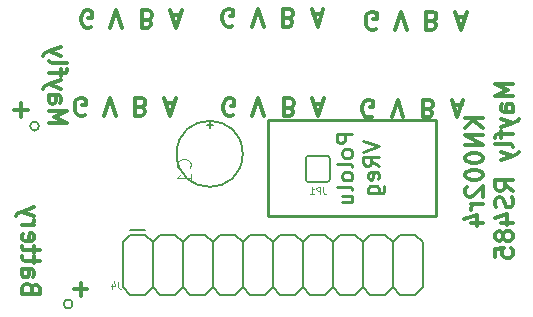
<source format=gbo>
%TF.GenerationSoftware,KiCad,Pcbnew,(5.1.9)-1*%
%TF.CreationDate,2021-02-11T09:32:34-08:00*%
%TF.ProjectId,KNH002rev4,4b4e4830-3032-4726-9576-342e6b696361,rev?*%
%TF.SameCoordinates,Original*%
%TF.FileFunction,Legend,Bot*%
%TF.FilePolarity,Positive*%
%FSLAX46Y46*%
G04 Gerber Fmt 4.6, Leading zero omitted, Abs format (unit mm)*
G04 Created by KiCad (PCBNEW (5.1.9)-1) date 2021-02-11 09:32:34*
%MOMM*%
%LPD*%
G01*
G04 APERTURE LIST*
%ADD10C,0.300000*%
%ADD11C,0.254000*%
%ADD12C,0.152400*%
%ADD13C,0.203200*%
%ADD14C,0.213360*%
%ADD15C,0.120650*%
%ADD16C,0.115824*%
G04 APERTURE END LIST*
D10*
X132150557Y-117050828D02*
X132150557Y-115907971D01*
X131579128Y-116479400D02*
X132721985Y-116479400D01*
X127121357Y-101861628D02*
X127121357Y-100718771D01*
X126549928Y-101290200D02*
X127692785Y-101290200D01*
X127996142Y-116391142D02*
X127924714Y-116176857D01*
X127853285Y-116105428D01*
X127710428Y-116034000D01*
X127496142Y-116034000D01*
X127353285Y-116105428D01*
X127281857Y-116176857D01*
X127210428Y-116319714D01*
X127210428Y-116891142D01*
X128710428Y-116891142D01*
X128710428Y-116391142D01*
X128639000Y-116248285D01*
X128567571Y-116176857D01*
X128424714Y-116105428D01*
X128281857Y-116105428D01*
X128139000Y-116176857D01*
X128067571Y-116248285D01*
X127996142Y-116391142D01*
X127996142Y-116891142D01*
X127210428Y-114748285D02*
X127996142Y-114748285D01*
X128139000Y-114819714D01*
X128210428Y-114962571D01*
X128210428Y-115248285D01*
X128139000Y-115391142D01*
X127281857Y-114748285D02*
X127210428Y-114891142D01*
X127210428Y-115248285D01*
X127281857Y-115391142D01*
X127424714Y-115462571D01*
X127567571Y-115462571D01*
X127710428Y-115391142D01*
X127781857Y-115248285D01*
X127781857Y-114891142D01*
X127853285Y-114748285D01*
X128210428Y-114248285D02*
X128210428Y-113676857D01*
X128710428Y-114034000D02*
X127424714Y-114034000D01*
X127281857Y-113962571D01*
X127210428Y-113819714D01*
X127210428Y-113676857D01*
X128210428Y-113391142D02*
X128210428Y-112819714D01*
X128710428Y-113176857D02*
X127424714Y-113176857D01*
X127281857Y-113105428D01*
X127210428Y-112962571D01*
X127210428Y-112819714D01*
X127281857Y-111748285D02*
X127210428Y-111891142D01*
X127210428Y-112176857D01*
X127281857Y-112319714D01*
X127424714Y-112391142D01*
X127996142Y-112391142D01*
X128139000Y-112319714D01*
X128210428Y-112176857D01*
X128210428Y-111891142D01*
X128139000Y-111748285D01*
X127996142Y-111676857D01*
X127853285Y-111676857D01*
X127710428Y-112391142D01*
X127210428Y-111034000D02*
X128210428Y-111034000D01*
X127924714Y-111034000D02*
X128067571Y-110962571D01*
X128139000Y-110891142D01*
X128210428Y-110748285D01*
X128210428Y-110605428D01*
X128210428Y-110248285D02*
X127210428Y-109891142D01*
X128210428Y-109534000D02*
X127210428Y-109891142D01*
X126853285Y-110034000D01*
X126781857Y-110105428D01*
X126710428Y-110248285D01*
X129496328Y-102401057D02*
X130996328Y-102401057D01*
X129924900Y-101901057D01*
X130996328Y-101401057D01*
X129496328Y-101401057D01*
X129496328Y-100043914D02*
X130282042Y-100043914D01*
X130424900Y-100115342D01*
X130496328Y-100258200D01*
X130496328Y-100543914D01*
X130424900Y-100686771D01*
X129567757Y-100043914D02*
X129496328Y-100186771D01*
X129496328Y-100543914D01*
X129567757Y-100686771D01*
X129710614Y-100758200D01*
X129853471Y-100758200D01*
X129996328Y-100686771D01*
X130067757Y-100543914D01*
X130067757Y-100186771D01*
X130139185Y-100043914D01*
X130496328Y-99472485D02*
X129496328Y-99115342D01*
X130496328Y-98758200D02*
X129496328Y-99115342D01*
X129139185Y-99258200D01*
X129067757Y-99329628D01*
X128996328Y-99472485D01*
X130496328Y-98401057D02*
X130496328Y-97829628D01*
X129496328Y-98186771D02*
X130782042Y-98186771D01*
X130924900Y-98115342D01*
X130996328Y-97972485D01*
X130996328Y-97829628D01*
X129496328Y-97115342D02*
X129567757Y-97258200D01*
X129710614Y-97329628D01*
X130996328Y-97329628D01*
X130496328Y-96686771D02*
X129496328Y-96329628D01*
X130496328Y-95972485D02*
X129496328Y-96329628D01*
X129139185Y-96472485D01*
X129067757Y-96543914D01*
X128996328Y-96686771D01*
X166218071Y-101926000D02*
X164718071Y-101926000D01*
X166218071Y-102783142D02*
X165360928Y-102140285D01*
X164718071Y-102783142D02*
X165575214Y-101926000D01*
X166218071Y-103426000D02*
X164718071Y-103426000D01*
X166218071Y-104283142D01*
X164718071Y-104283142D01*
X164718071Y-105283142D02*
X164718071Y-105426000D01*
X164789500Y-105568857D01*
X164860928Y-105640285D01*
X165003785Y-105711714D01*
X165289500Y-105783142D01*
X165646642Y-105783142D01*
X165932357Y-105711714D01*
X166075214Y-105640285D01*
X166146642Y-105568857D01*
X166218071Y-105426000D01*
X166218071Y-105283142D01*
X166146642Y-105140285D01*
X166075214Y-105068857D01*
X165932357Y-104997428D01*
X165646642Y-104926000D01*
X165289500Y-104926000D01*
X165003785Y-104997428D01*
X164860928Y-105068857D01*
X164789500Y-105140285D01*
X164718071Y-105283142D01*
X164718071Y-106711714D02*
X164718071Y-106854571D01*
X164789500Y-106997428D01*
X164860928Y-107068857D01*
X165003785Y-107140285D01*
X165289500Y-107211714D01*
X165646642Y-107211714D01*
X165932357Y-107140285D01*
X166075214Y-107068857D01*
X166146642Y-106997428D01*
X166218071Y-106854571D01*
X166218071Y-106711714D01*
X166146642Y-106568857D01*
X166075214Y-106497428D01*
X165932357Y-106426000D01*
X165646642Y-106354571D01*
X165289500Y-106354571D01*
X165003785Y-106426000D01*
X164860928Y-106497428D01*
X164789500Y-106568857D01*
X164718071Y-106711714D01*
X164860928Y-107783142D02*
X164789500Y-107854571D01*
X164718071Y-107997428D01*
X164718071Y-108354571D01*
X164789500Y-108497428D01*
X164860928Y-108568857D01*
X165003785Y-108640285D01*
X165146642Y-108640285D01*
X165360928Y-108568857D01*
X166218071Y-107711714D01*
X166218071Y-108640285D01*
X166218071Y-109283142D02*
X165218071Y-109283142D01*
X165503785Y-109283142D02*
X165360928Y-109354571D01*
X165289500Y-109426000D01*
X165218071Y-109568857D01*
X165218071Y-109711714D01*
X165218071Y-110854571D02*
X166218071Y-110854571D01*
X164646642Y-110497428D02*
X165718071Y-110140285D01*
X165718071Y-111068857D01*
X168768071Y-99104571D02*
X167268071Y-99104571D01*
X168339500Y-99604571D01*
X167268071Y-100104571D01*
X168768071Y-100104571D01*
X168768071Y-101461714D02*
X167982357Y-101461714D01*
X167839500Y-101390285D01*
X167768071Y-101247428D01*
X167768071Y-100961714D01*
X167839500Y-100818857D01*
X168696642Y-101461714D02*
X168768071Y-101318857D01*
X168768071Y-100961714D01*
X168696642Y-100818857D01*
X168553785Y-100747428D01*
X168410928Y-100747428D01*
X168268071Y-100818857D01*
X168196642Y-100961714D01*
X168196642Y-101318857D01*
X168125214Y-101461714D01*
X167768071Y-102033142D02*
X168768071Y-102390285D01*
X167768071Y-102747428D02*
X168768071Y-102390285D01*
X169125214Y-102247428D01*
X169196642Y-102176000D01*
X169268071Y-102033142D01*
X167768071Y-103104571D02*
X167768071Y-103676000D01*
X168768071Y-103318857D02*
X167482357Y-103318857D01*
X167339500Y-103390285D01*
X167268071Y-103533142D01*
X167268071Y-103676000D01*
X168768071Y-104390285D02*
X168696642Y-104247428D01*
X168553785Y-104176000D01*
X167268071Y-104176000D01*
X167768071Y-104818857D02*
X168768071Y-105176000D01*
X167768071Y-105533142D02*
X168768071Y-105176000D01*
X169125214Y-105033142D01*
X169196642Y-104961714D01*
X169268071Y-104818857D01*
X168768071Y-108104571D02*
X168053785Y-107604571D01*
X168768071Y-107247428D02*
X167268071Y-107247428D01*
X167268071Y-107818857D01*
X167339500Y-107961714D01*
X167410928Y-108033142D01*
X167553785Y-108104571D01*
X167768071Y-108104571D01*
X167910928Y-108033142D01*
X167982357Y-107961714D01*
X168053785Y-107818857D01*
X168053785Y-107247428D01*
X168696642Y-108676000D02*
X168768071Y-108890285D01*
X168768071Y-109247428D01*
X168696642Y-109390285D01*
X168625214Y-109461714D01*
X168482357Y-109533142D01*
X168339500Y-109533142D01*
X168196642Y-109461714D01*
X168125214Y-109390285D01*
X168053785Y-109247428D01*
X167982357Y-108961714D01*
X167910928Y-108818857D01*
X167839500Y-108747428D01*
X167696642Y-108676000D01*
X167553785Y-108676000D01*
X167410928Y-108747428D01*
X167339500Y-108818857D01*
X167268071Y-108961714D01*
X167268071Y-109318857D01*
X167339500Y-109533142D01*
X167768071Y-110818857D02*
X168768071Y-110818857D01*
X167196642Y-110461714D02*
X168268071Y-110104571D01*
X168268071Y-111033142D01*
X167910928Y-111818857D02*
X167839500Y-111676000D01*
X167768071Y-111604571D01*
X167625214Y-111533142D01*
X167553785Y-111533142D01*
X167410928Y-111604571D01*
X167339500Y-111676000D01*
X167268071Y-111818857D01*
X167268071Y-112104571D01*
X167339500Y-112247428D01*
X167410928Y-112318857D01*
X167553785Y-112390285D01*
X167625214Y-112390285D01*
X167768071Y-112318857D01*
X167839500Y-112247428D01*
X167910928Y-112104571D01*
X167910928Y-111818857D01*
X167982357Y-111676000D01*
X168053785Y-111604571D01*
X168196642Y-111533142D01*
X168482357Y-111533142D01*
X168625214Y-111604571D01*
X168696642Y-111676000D01*
X168768071Y-111818857D01*
X168768071Y-112104571D01*
X168696642Y-112247428D01*
X168625214Y-112318857D01*
X168482357Y-112390285D01*
X168196642Y-112390285D01*
X168053785Y-112318857D01*
X167982357Y-112247428D01*
X167910928Y-112104571D01*
X167268071Y-113747428D02*
X167268071Y-113033142D01*
X167982357Y-112961714D01*
X167910928Y-113033142D01*
X167839500Y-113176000D01*
X167839500Y-113533142D01*
X167910928Y-113676000D01*
X167982357Y-113747428D01*
X168125214Y-113818857D01*
X168482357Y-113818857D01*
X168625214Y-113747428D01*
X168696642Y-113676000D01*
X168768071Y-113533142D01*
X168768071Y-113176000D01*
X168696642Y-113033142D01*
X168625214Y-112961714D01*
X132494757Y-101689600D02*
X132351900Y-101761028D01*
X132137614Y-101761028D01*
X131923328Y-101689600D01*
X131780471Y-101546742D01*
X131709042Y-101403885D01*
X131637614Y-101118171D01*
X131637614Y-100903885D01*
X131709042Y-100618171D01*
X131780471Y-100475314D01*
X131923328Y-100332457D01*
X132137614Y-100261028D01*
X132280471Y-100261028D01*
X132494757Y-100332457D01*
X132566185Y-100403885D01*
X132566185Y-100903885D01*
X132280471Y-100903885D01*
X134137614Y-101761028D02*
X134637614Y-100261028D01*
X135137614Y-101761028D01*
X137280471Y-101046742D02*
X137494757Y-100975314D01*
X137566185Y-100903885D01*
X137637614Y-100761028D01*
X137637614Y-100546742D01*
X137566185Y-100403885D01*
X137494757Y-100332457D01*
X137351900Y-100261028D01*
X136780471Y-100261028D01*
X136780471Y-101761028D01*
X137280471Y-101761028D01*
X137423328Y-101689600D01*
X137494757Y-101618171D01*
X137566185Y-101475314D01*
X137566185Y-101332457D01*
X137494757Y-101189600D01*
X137423328Y-101118171D01*
X137280471Y-101046742D01*
X136780471Y-101046742D01*
X139351900Y-100689600D02*
X140066185Y-100689600D01*
X139209042Y-100261028D02*
X139709042Y-101761028D01*
X140209042Y-100261028D01*
X156840657Y-101842000D02*
X156697800Y-101913428D01*
X156483514Y-101913428D01*
X156269228Y-101842000D01*
X156126371Y-101699142D01*
X156054942Y-101556285D01*
X155983514Y-101270571D01*
X155983514Y-101056285D01*
X156054942Y-100770571D01*
X156126371Y-100627714D01*
X156269228Y-100484857D01*
X156483514Y-100413428D01*
X156626371Y-100413428D01*
X156840657Y-100484857D01*
X156912085Y-100556285D01*
X156912085Y-101056285D01*
X156626371Y-101056285D01*
X158483514Y-101913428D02*
X158983514Y-100413428D01*
X159483514Y-101913428D01*
X161626371Y-101199142D02*
X161840657Y-101127714D01*
X161912085Y-101056285D01*
X161983514Y-100913428D01*
X161983514Y-100699142D01*
X161912085Y-100556285D01*
X161840657Y-100484857D01*
X161697800Y-100413428D01*
X161126371Y-100413428D01*
X161126371Y-101913428D01*
X161626371Y-101913428D01*
X161769228Y-101842000D01*
X161840657Y-101770571D01*
X161912085Y-101627714D01*
X161912085Y-101484857D01*
X161840657Y-101342000D01*
X161769228Y-101270571D01*
X161626371Y-101199142D01*
X161126371Y-101199142D01*
X163697800Y-100842000D02*
X164412085Y-100842000D01*
X163554942Y-100413428D02*
X164054942Y-101913428D01*
X164554942Y-100413428D01*
X157132757Y-94399800D02*
X156989900Y-94471228D01*
X156775614Y-94471228D01*
X156561328Y-94399800D01*
X156418471Y-94256942D01*
X156347042Y-94114085D01*
X156275614Y-93828371D01*
X156275614Y-93614085D01*
X156347042Y-93328371D01*
X156418471Y-93185514D01*
X156561328Y-93042657D01*
X156775614Y-92971228D01*
X156918471Y-92971228D01*
X157132757Y-93042657D01*
X157204185Y-93114085D01*
X157204185Y-93614085D01*
X156918471Y-93614085D01*
X158775614Y-94471228D02*
X159275614Y-92971228D01*
X159775614Y-94471228D01*
X161918471Y-93756942D02*
X162132757Y-93685514D01*
X162204185Y-93614085D01*
X162275614Y-93471228D01*
X162275614Y-93256942D01*
X162204185Y-93114085D01*
X162132757Y-93042657D01*
X161989900Y-92971228D01*
X161418471Y-92971228D01*
X161418471Y-94471228D01*
X161918471Y-94471228D01*
X162061328Y-94399800D01*
X162132757Y-94328371D01*
X162204185Y-94185514D01*
X162204185Y-94042657D01*
X162132757Y-93899800D01*
X162061328Y-93828371D01*
X161918471Y-93756942D01*
X161418471Y-93756942D01*
X163989900Y-93399800D02*
X164704185Y-93399800D01*
X163847042Y-92971228D02*
X164347042Y-94471228D01*
X164847042Y-92971228D01*
X133028157Y-94272800D02*
X132885300Y-94344228D01*
X132671014Y-94344228D01*
X132456728Y-94272800D01*
X132313871Y-94129942D01*
X132242442Y-93987085D01*
X132171014Y-93701371D01*
X132171014Y-93487085D01*
X132242442Y-93201371D01*
X132313871Y-93058514D01*
X132456728Y-92915657D01*
X132671014Y-92844228D01*
X132813871Y-92844228D01*
X133028157Y-92915657D01*
X133099585Y-92987085D01*
X133099585Y-93487085D01*
X132813871Y-93487085D01*
X134671014Y-94344228D02*
X135171014Y-92844228D01*
X135671014Y-94344228D01*
X137813871Y-93629942D02*
X138028157Y-93558514D01*
X138099585Y-93487085D01*
X138171014Y-93344228D01*
X138171014Y-93129942D01*
X138099585Y-92987085D01*
X138028157Y-92915657D01*
X137885300Y-92844228D01*
X137313871Y-92844228D01*
X137313871Y-94344228D01*
X137813871Y-94344228D01*
X137956728Y-94272800D01*
X138028157Y-94201371D01*
X138099585Y-94058514D01*
X138099585Y-93915657D01*
X138028157Y-93772800D01*
X137956728Y-93701371D01*
X137813871Y-93629942D01*
X137313871Y-93629942D01*
X139885300Y-93272800D02*
X140599585Y-93272800D01*
X139742442Y-92844228D02*
X140242442Y-94344228D01*
X140742442Y-92844228D01*
X144991557Y-94145800D02*
X144848700Y-94217228D01*
X144634414Y-94217228D01*
X144420128Y-94145800D01*
X144277271Y-94002942D01*
X144205842Y-93860085D01*
X144134414Y-93574371D01*
X144134414Y-93360085D01*
X144205842Y-93074371D01*
X144277271Y-92931514D01*
X144420128Y-92788657D01*
X144634414Y-92717228D01*
X144777271Y-92717228D01*
X144991557Y-92788657D01*
X145062985Y-92860085D01*
X145062985Y-93360085D01*
X144777271Y-93360085D01*
X146634414Y-94217228D02*
X147134414Y-92717228D01*
X147634414Y-94217228D01*
X149777271Y-93502942D02*
X149991557Y-93431514D01*
X150062985Y-93360085D01*
X150134414Y-93217228D01*
X150134414Y-93002942D01*
X150062985Y-92860085D01*
X149991557Y-92788657D01*
X149848700Y-92717228D01*
X149277271Y-92717228D01*
X149277271Y-94217228D01*
X149777271Y-94217228D01*
X149920128Y-94145800D01*
X149991557Y-94074371D01*
X150062985Y-93931514D01*
X150062985Y-93788657D01*
X149991557Y-93645800D01*
X149920128Y-93574371D01*
X149777271Y-93502942D01*
X149277271Y-93502942D01*
X151848700Y-93145800D02*
X152562985Y-93145800D01*
X151705842Y-92717228D02*
X152205842Y-94217228D01*
X152705842Y-92717228D01*
X145055057Y-101740400D02*
X144912200Y-101811828D01*
X144697914Y-101811828D01*
X144483628Y-101740400D01*
X144340771Y-101597542D01*
X144269342Y-101454685D01*
X144197914Y-101168971D01*
X144197914Y-100954685D01*
X144269342Y-100668971D01*
X144340771Y-100526114D01*
X144483628Y-100383257D01*
X144697914Y-100311828D01*
X144840771Y-100311828D01*
X145055057Y-100383257D01*
X145126485Y-100454685D01*
X145126485Y-100954685D01*
X144840771Y-100954685D01*
X146697914Y-101811828D02*
X147197914Y-100311828D01*
X147697914Y-101811828D01*
X149840771Y-101097542D02*
X150055057Y-101026114D01*
X150126485Y-100954685D01*
X150197914Y-100811828D01*
X150197914Y-100597542D01*
X150126485Y-100454685D01*
X150055057Y-100383257D01*
X149912200Y-100311828D01*
X149340771Y-100311828D01*
X149340771Y-101811828D01*
X149840771Y-101811828D01*
X149983628Y-101740400D01*
X150055057Y-101668971D01*
X150126485Y-101526114D01*
X150126485Y-101383257D01*
X150055057Y-101240400D01*
X149983628Y-101168971D01*
X149840771Y-101097542D01*
X149340771Y-101097542D01*
X151912200Y-100740400D02*
X152626485Y-100740400D01*
X151769342Y-100311828D02*
X152269342Y-101811828D01*
X152769342Y-100311828D01*
D11*
%TO.C,U2*%
X162280500Y-110281800D02*
X148056500Y-110281800D01*
X148056500Y-110281800D02*
X148056500Y-102153800D01*
X148056500Y-102153800D02*
X162280500Y-102153800D01*
X162280500Y-102153800D02*
X162280500Y-110281800D01*
D12*
%TO.C,J9*%
X128625500Y-102645801D02*
G75*
G03*
X128625500Y-102645801I-381000J0D01*
G01*
%TO.C,C1*%
X143078100Y-102839600D02*
X143078100Y-102331600D01*
X143332100Y-102585600D02*
X142824100Y-102585600D01*
X145872100Y-104998600D02*
G75*
G03*
X145872100Y-104998600I-2794000J0D01*
G01*
%TO.C,J8*%
X131470300Y-117714600D02*
G75*
G03*
X131470300Y-117714600I-381000J0D01*
G01*
D13*
%TO.C,J4*%
X137617100Y-111856600D02*
X138252100Y-112491600D01*
X138252100Y-112491600D02*
X138887100Y-111856600D01*
X140157100Y-111856600D02*
X140792100Y-112491600D01*
X140792100Y-112491600D02*
X141427100Y-111856600D01*
X142697100Y-111856600D02*
X143332100Y-112491600D01*
X143332100Y-112491600D02*
X143967100Y-111856600D01*
X145237100Y-111856600D02*
X145872100Y-112491600D01*
X145872100Y-112491600D02*
X146507100Y-111856600D01*
X147777100Y-111856600D02*
X148412100Y-112491600D01*
X148412100Y-112491600D02*
X149047100Y-111856600D01*
X150317100Y-111856600D02*
X150952100Y-112491600D01*
X136347100Y-116936600D02*
X137617100Y-116936600D01*
X137617100Y-116936600D02*
X138252100Y-116301600D01*
X138252100Y-116301600D02*
X138887100Y-116936600D01*
X138887100Y-116936600D02*
X140157100Y-116936600D01*
X140157100Y-116936600D02*
X140792100Y-116301600D01*
X140792100Y-116301600D02*
X141427100Y-116936600D01*
X141427100Y-116936600D02*
X142697100Y-116936600D01*
X142697100Y-116936600D02*
X143332100Y-116301600D01*
X143332100Y-116301600D02*
X143967100Y-116936600D01*
X143967100Y-116936600D02*
X145237100Y-116936600D01*
X145237100Y-116936600D02*
X145872100Y-116301600D01*
X145872100Y-116301600D02*
X146507100Y-116936600D01*
X146507100Y-116936600D02*
X147777100Y-116936600D01*
X147777100Y-116936600D02*
X148412100Y-116301600D01*
X148412100Y-116301600D02*
X149047100Y-116936600D01*
X149047100Y-116936600D02*
X150317100Y-116936600D01*
X150317100Y-116936600D02*
X150952100Y-116301600D01*
X150952100Y-116301600D02*
X151587100Y-116936600D01*
X151587100Y-116936600D02*
X152857100Y-116936600D01*
X152857100Y-116936600D02*
X153492100Y-116301600D01*
X153492100Y-116301600D02*
X154127100Y-116936600D01*
X154127100Y-116936600D02*
X155397100Y-116936600D01*
X155397100Y-116936600D02*
X156032100Y-116301600D01*
X156032100Y-116301600D02*
X156667100Y-116936600D01*
X156667100Y-116936600D02*
X157937100Y-116936600D01*
X157937100Y-116936600D02*
X158572100Y-116301600D01*
X158572100Y-112491600D02*
X157937100Y-111856600D01*
X156032100Y-112491600D02*
X156667100Y-111856600D01*
X156032100Y-112491600D02*
X155397100Y-111856600D01*
X153492100Y-112491600D02*
X154127100Y-111856600D01*
X153492100Y-112491600D02*
X152857100Y-111856600D01*
X150952100Y-112491600D02*
X151587100Y-111856600D01*
X138252100Y-116301600D02*
X138252100Y-112491600D01*
X140792100Y-116301600D02*
X140792100Y-112491600D01*
X143332100Y-116301600D02*
X143332100Y-112491600D01*
X145872100Y-116301600D02*
X145872100Y-112491600D01*
X148412100Y-116301600D02*
X148412100Y-112491600D01*
X150952100Y-116301600D02*
X150952100Y-112491600D01*
X153492100Y-116301600D02*
X153492100Y-112491600D01*
X156032100Y-116301600D02*
X156032100Y-112491600D01*
X158572100Y-116301600D02*
X158572100Y-112491600D01*
X156667100Y-111856600D02*
X157937100Y-111856600D01*
X154127100Y-111856600D02*
X155397100Y-111856600D01*
X151587100Y-111856600D02*
X152857100Y-111856600D01*
X149047100Y-111856600D02*
X150317100Y-111856600D01*
X146507100Y-111856600D02*
X147777100Y-111856600D01*
X143967100Y-111856600D02*
X145237100Y-111856600D01*
X141427100Y-111856600D02*
X142697100Y-111856600D01*
X138887100Y-111856600D02*
X140157100Y-111856600D01*
X136347100Y-111856600D02*
X137617100Y-111856600D01*
X158572100Y-116301600D02*
X159207100Y-116936600D01*
X159207100Y-116936600D02*
X160477100Y-116936600D01*
X160477100Y-116936600D02*
X161112100Y-116301600D01*
X161112100Y-112491600D02*
X160477100Y-111856600D01*
X158572100Y-112491600D02*
X159207100Y-111856600D01*
X161112100Y-116301600D02*
X161112100Y-112491600D01*
X159207100Y-111856600D02*
X160477100Y-111856600D01*
X136347100Y-111475600D02*
X137617100Y-111475600D01*
X136347100Y-111475600D02*
X137617100Y-111475600D01*
X135712100Y-112491600D02*
X136347100Y-111856600D01*
X135712100Y-112491600D02*
X135712100Y-116301600D01*
X135712100Y-116301600D02*
X136347100Y-116936600D01*
D12*
%TO.C,JP1*%
X151206100Y-105405000D02*
X151206100Y-107132200D01*
X151460100Y-105151000D02*
X152984100Y-105151000D01*
X151460100Y-107386200D02*
X152984100Y-107386200D01*
X153238100Y-107132200D02*
X153238100Y-105405000D01*
X151460100Y-105151000D02*
G75*
G03*
X151206100Y-105405000I0J-254000D01*
G01*
X151206100Y-107132200D02*
G75*
G03*
X151460100Y-107386200I254000J0D01*
G01*
X153238100Y-107132200D02*
G75*
G02*
X152984100Y-107386200I-254000J0D01*
G01*
X152984100Y-105151000D02*
G75*
G02*
X153238100Y-105405000I0J-254000D01*
G01*
%TO.C,U2*%
D14*
X155167653Y-103322200D02*
X153816373Y-103322200D01*
X153816373Y-103836973D01*
X153880720Y-103965666D01*
X153945066Y-104030013D01*
X154073760Y-104094360D01*
X154266800Y-104094360D01*
X154395493Y-104030013D01*
X154459840Y-103965666D01*
X154524186Y-103836973D01*
X154524186Y-103322200D01*
X155167653Y-104866520D02*
X155103306Y-104737826D01*
X155038960Y-104673480D01*
X154910266Y-104609133D01*
X154524186Y-104609133D01*
X154395493Y-104673480D01*
X154331146Y-104737826D01*
X154266800Y-104866520D01*
X154266800Y-105059560D01*
X154331146Y-105188253D01*
X154395493Y-105252600D01*
X154524186Y-105316946D01*
X154910266Y-105316946D01*
X155038960Y-105252600D01*
X155103306Y-105188253D01*
X155167653Y-105059560D01*
X155167653Y-104866520D01*
X155167653Y-106089106D02*
X155103306Y-105960413D01*
X154974613Y-105896066D01*
X153816373Y-105896066D01*
X155167653Y-106796920D02*
X155103306Y-106668226D01*
X155038960Y-106603880D01*
X154910266Y-106539533D01*
X154524186Y-106539533D01*
X154395493Y-106603880D01*
X154331146Y-106668226D01*
X154266800Y-106796920D01*
X154266800Y-106989960D01*
X154331146Y-107118653D01*
X154395493Y-107183000D01*
X154524186Y-107247346D01*
X154910266Y-107247346D01*
X155038960Y-107183000D01*
X155103306Y-107118653D01*
X155167653Y-106989960D01*
X155167653Y-106796920D01*
X155167653Y-108019506D02*
X155103306Y-107890813D01*
X154974613Y-107826466D01*
X153816373Y-107826466D01*
X154266800Y-109113400D02*
X155167653Y-109113400D01*
X154266800Y-108534280D02*
X154974613Y-108534280D01*
X155103306Y-108598626D01*
X155167653Y-108727320D01*
X155167653Y-108920360D01*
X155103306Y-109049053D01*
X155038960Y-109113400D01*
X156056653Y-103901320D02*
X157407933Y-104351746D01*
X156056653Y-104802173D01*
X157407933Y-106024760D02*
X156764466Y-105574333D01*
X157407933Y-105252600D02*
X156056653Y-105252600D01*
X156056653Y-105767373D01*
X156121000Y-105896066D01*
X156185346Y-105960413D01*
X156314040Y-106024760D01*
X156507080Y-106024760D01*
X156635773Y-105960413D01*
X156700120Y-105896066D01*
X156764466Y-105767373D01*
X156764466Y-105252600D01*
X157343586Y-107118653D02*
X157407933Y-106989960D01*
X157407933Y-106732573D01*
X157343586Y-106603880D01*
X157214893Y-106539533D01*
X156700120Y-106539533D01*
X156571426Y-106603880D01*
X156507080Y-106732573D01*
X156507080Y-106989960D01*
X156571426Y-107118653D01*
X156700120Y-107183000D01*
X156828813Y-107183000D01*
X156957506Y-106539533D01*
X156507080Y-108341240D02*
X157600973Y-108341240D01*
X157729666Y-108276893D01*
X157794013Y-108212546D01*
X157858360Y-108083853D01*
X157858360Y-107890813D01*
X157794013Y-107762120D01*
X157343586Y-108341240D02*
X157407933Y-108212546D01*
X157407933Y-107955160D01*
X157343586Y-107826466D01*
X157279240Y-107762120D01*
X157150546Y-107697773D01*
X156764466Y-107697773D01*
X156635773Y-107762120D01*
X156571426Y-107826466D01*
X156507080Y-107955160D01*
X156507080Y-108212546D01*
X156571426Y-108341240D01*
%TO.C,C1*%
D15*
X141381742Y-106208320D02*
X141439195Y-106150867D01*
X141496647Y-105978510D01*
X141496647Y-105863606D01*
X141439195Y-105691248D01*
X141324290Y-105576344D01*
X141209385Y-105518891D01*
X140979576Y-105461439D01*
X140807219Y-105461439D01*
X140577409Y-105518891D01*
X140462504Y-105576344D01*
X140347600Y-105691248D01*
X140290147Y-105863606D01*
X140290147Y-105978510D01*
X140347600Y-106150867D01*
X140405052Y-106208320D01*
X141496647Y-107357367D02*
X141496647Y-106667939D01*
X141496647Y-107012653D02*
X140290147Y-107012653D01*
X140462504Y-106897748D01*
X140577409Y-106782844D01*
X140634861Y-106667939D01*
%TO.C,J4*%
D16*
X135333814Y-115821902D02*
X135333814Y-116235560D01*
X135361391Y-116318291D01*
X135416545Y-116373445D01*
X135499277Y-116401022D01*
X135554431Y-116401022D01*
X134809848Y-116014942D02*
X134809848Y-116401022D01*
X134947734Y-115794325D02*
X135085619Y-116207982D01*
X134727117Y-116207982D01*
%TO.C,JP1*%
X152704700Y-107820902D02*
X152704700Y-108234560D01*
X152732277Y-108317291D01*
X152787431Y-108372445D01*
X152870162Y-108400022D01*
X152925317Y-108400022D01*
X152428928Y-108400022D02*
X152428928Y-107820902D01*
X152208311Y-107820902D01*
X152153157Y-107848480D01*
X152125580Y-107876057D01*
X152098002Y-107931211D01*
X152098002Y-108013942D01*
X152125580Y-108069097D01*
X152153157Y-108096674D01*
X152208311Y-108124251D01*
X152428928Y-108124251D01*
X151546460Y-108400022D02*
X151877385Y-108400022D01*
X151711922Y-108400022D02*
X151711922Y-107820902D01*
X151767077Y-107903634D01*
X151822231Y-107958788D01*
X151877385Y-107986365D01*
%TD*%
M02*

</source>
